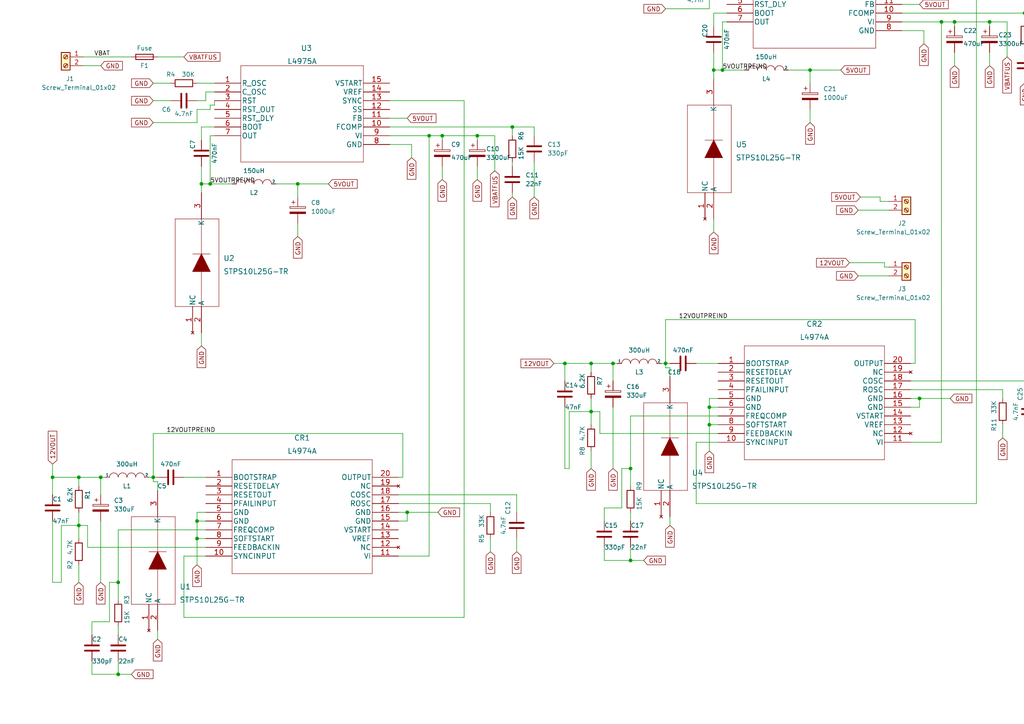
<source format=kicad_sch>
(kicad_sch (version 20211123) (generator eeschema)
  (paper "A4")
  (lib_symbols
    (symbol "2022-02-13_20-41-58:L4975A" (pin_names (offset 0.254))
      (property "Reference" "U" (at 25.4 10.16 0))
      (property "Value" "L4975A" (at 25.4 7.62 0))
      (symbol "L4975A_1_1"
        (polyline (pts (xy 7.62 -22.86) (xy 43.18 -22.86)) (stroke (width 0.127)))
        (polyline (pts (xy 7.62 5.08) (xy 7.62 -22.86)) (stroke (width 0.127)))
        (polyline (pts (xy 43.18 -22.86) (xy 43.18 5.08)) (stroke (width 0.127)))
        (polyline (pts (xy 43.18 5.08) (xy 7.62 5.08)) (stroke (width 0.127)))
        (pin unspecified line (at 0 0 0) (length 7.62) (name "R_OSC") (number "1"))
        (pin unspecified line (at 50.8 -12.7 180) (length 7.62) (name "FCOMP") (number "10"))
        (pin input line (at 50.8 -10.16 180) (length 7.62) (name "FB") (number "11"))
        (pin unspecified line (at 50.8 -7.62 180) (length 7.62) (name "SS") (number "12"))
        (pin input line (at 50.8 -5.08 180) (length 7.62) (name "SYNC") (number "13"))
        (pin output line (at 50.8 -2.54 180) (length 7.62) (name "VREF") (number "14"))
        (pin output line (at 50.8 0 180) (length 7.62) (name "VSTART") (number "15"))
        (pin unspecified line (at 0 -2.54 0) (length 7.62) (name "C_OSC") (number "2"))
        (pin input line (at 0 -5.08 0) (length 7.62) (name "RST") (number "3"))
        (pin unspecified line (at 0 -7.62 0) (length 7.62) (name "RST_OUT") (number "4"))
        (pin input line (at 0 -10.16 0) (length 7.62) (name "RST_DLY") (number "5"))
        (pin unspecified line (at 0 -12.7 0) (length 7.62) (name "BOOT") (number "6"))
        (pin output line (at 0 -15.24 0) (length 7.62) (name "OUT") (number "7"))
        (pin power_in line (at 50.8 -17.78 180) (length 7.62) (name "GND") (number "8"))
        (pin power_in line (at 50.8 -15.24 180) (length 7.62) (name "VI") (number "9"))
      )
    )
    (symbol "2022-02-13_20-45-24:L4974A" (pin_names (offset 0.254))
      (property "Reference" "CR" (at 27.94 10.16 0))
      (property "Value" "L4974A" (at 27.94 7.62 0))
      (symbol "L4974A_1_1"
        (polyline (pts (xy 7.62 -27.94) (xy 48.26 -27.94)) (stroke (width 0.127)))
        (polyline (pts (xy 7.62 5.08) (xy 7.62 -27.94)) (stroke (width 0.127)))
        (polyline (pts (xy 48.26 -27.94) (xy 48.26 5.08)) (stroke (width 0.127)))
        (polyline (pts (xy 48.26 5.08) (xy 7.62 5.08)) (stroke (width 0.127)))
        (pin unspecified line (at 0 0 0) (length 7.62) (name "BOOTSTRAP") (number "1"))
        (pin input line (at 0 -22.86 0) (length 7.62) (name "SYNCINPUT") (number "10"))
        (pin unspecified line (at 55.88 -22.86 180) (length 7.62) (name "VI") (number "11"))
        (pin no_connect line (at 55.88 -20.32 180) (length 7.62) (name "NC") (number "12"))
        (pin power_in line (at 55.88 -17.78 180) (length 7.62) (name "VREF") (number "13"))
        (pin power_in line (at 55.88 -15.24 180) (length 7.62) (name "VSTART") (number "14"))
        (pin power_in line (at 55.88 -12.7 180) (length 7.62) (name "GND") (number "15"))
        (pin power_in line (at 55.88 -10.16 180) (length 7.62) (name "GND") (number "16"))
        (pin unspecified line (at 55.88 -7.62 180) (length 7.62) (name "ROSC") (number "17"))
        (pin unspecified line (at 55.88 -5.08 180) (length 7.62) (name "COSC") (number "18"))
        (pin no_connect line (at 55.88 -2.54 180) (length 7.62) (name "NC") (number "19"))
        (pin unspecified line (at 0 -2.54 0) (length 7.62) (name "RESETDELAY") (number "2"))
        (pin output line (at 55.88 0 180) (length 7.62) (name "OUTPUT") (number "20"))
        (pin output line (at 0 -5.08 0) (length 7.62) (name "RESETOUT") (number "3"))
        (pin input line (at 0 -7.62 0) (length 7.62) (name "PFAILINPUT") (number "4"))
        (pin power_in line (at 0 -10.16 0) (length 7.62) (name "GND") (number "5"))
        (pin power_in line (at 0 -12.7 0) (length 7.62) (name "GND") (number "6"))
        (pin unspecified line (at 0 -15.24 0) (length 7.62) (name "FREQCOMP") (number "7"))
        (pin unspecified line (at 0 -17.78 0) (length 7.62) (name "SOFTSTART") (number "8"))
        (pin input line (at 0 -20.32 0) (length 7.62) (name "FEEDBACKIN") (number "9"))
      )
    )
    (symbol "2022-02-13_20-55-28:STPS10L25G-TR" (pin_names (offset 0.254))
      (property "Reference" "U" (at 20.32 10.16 0))
      (property "Value" "STPS10L25G-TR" (at 20.32 7.62 0))
      (symbol "STPS10L25G-TR_1_1"
        (polyline (pts (xy 7.62 -7.62) (xy 33.02 -7.62)) (stroke (width 0.127)))
        (polyline (pts (xy 7.62 -2.54) (xy 33.02 -2.54)) (stroke (width 0.127)))
        (polyline (pts (xy 7.62 5.08) (xy 7.62 -7.62)) (stroke (width 0.127)))
        (polyline (pts (xy 17.78 0) (xy 17.78 -5.08)) (stroke (width 0.127)))
        (polyline (pts (xy 17.78 0) (xy 22.86 -2.54)) (stroke (width 0.127)))
        (polyline (pts (xy 22.86 -2.54) (xy 17.78 -5.08)) (stroke (width 0.127)))
        (polyline (pts (xy 22.86 0) (xy 22.86 -5.08)) (stroke (width 0.127)))
        (polyline (pts (xy 33.02 -7.62) (xy 33.02 5.08)) (stroke (width 0.127)))
        (polyline (pts (xy 33.02 5.08) (xy 7.62 5.08)) (stroke (width 0.127)))
        (polyline (pts (xy 17.78 0) (xy 22.86 -2.54) (xy 17.78 -5.08) (xy 17.78 0)) (fill (type outline)))
        (pin no_connect line (at 0 0 0) (length 7.62) (name "NC") (number "1"))
        (pin unspecified line (at 0 -2.54 0) (length 7.62) (name "A") (number "2"))
        (pin unspecified line (at 40.64 -2.54 180) (length 7.62) (name "K") (number "3"))
      )
    )
    (symbol "Connector:Screw_Terminal_01x02" (pin_names (offset 1.016) hide)
      (property "Reference" "J" (at 0 2.54 0))
      (property "Value" "Screw_Terminal_01x02" (at 0 -5.08 0))
      (symbol "Screw_Terminal_01x02_1_1"
        (rectangle (start -1.27 1.27) (end 1.27 -3.81) (stroke (width 0.254)) (fill (type background)))
        (circle (center 0 -2.54) (radius 0.635) (stroke (width 0.1524)))
        (polyline (pts (xy -0.5334 -2.2098) (xy 0.3302 -3.048)) (stroke (width 0.1524)))
        (polyline (pts (xy -0.5334 0.3302) (xy 0.3302 -0.508)) (stroke (width 0.1524)))
        (polyline (pts (xy -0.3556 -2.032) (xy 0.508 -2.8702)) (stroke (width 0.1524)))
        (polyline (pts (xy -0.3556 0.508) (xy 0.508 -0.3302)) (stroke (width 0.1524)))
        (circle (center 0 0) (radius 0.635) (stroke (width 0.1524)))
        (pin passive line (at -5.08 0 0) (length 3.81) (name "Pin_1") (number "1"))
        (pin passive line (at -5.08 -2.54 0) (length 3.81) (name "Pin_2") (number "2"))
      )
    )
    (symbol "Device:C" (pin_numbers hide) (pin_names (offset 0.254))
      (property "Reference" "C" (at 0.635 2.54 0))
      (property "Value" "C" (at 0.635 -2.54 0))
      (symbol "C_0_1"
        (polyline (pts (xy -2.032 -0.762) (xy 2.032 -0.762)) (stroke (width 0.508)))
        (polyline (pts (xy -2.032 0.762) (xy 2.032 0.762)) (stroke (width 0.508)))
      )
      (symbol "C_1_1"
        (pin passive line (at 0 3.81 270) (length 2.794) (name "~") (number "1"))
        (pin passive line (at 0 -3.81 90) (length 2.794) (name "~") (number "2"))
      )
    )
    (symbol "Device:C_Polarized" (pin_numbers hide) (pin_names (offset 0.254))
      (property "Reference" "C" (at 0.635 2.54 0))
      (property "Value" "C_Polarized" (at 0.635 -2.54 0))
      (symbol "C_Polarized_0_1"
        (rectangle (start -2.286 0.508) (end 2.286 1.016))
        (polyline (pts (xy -1.778 2.286) (xy -0.762 2.286)))
        (polyline (pts (xy -1.27 2.794) (xy -1.27 1.778)))
        (rectangle (start 2.286 -0.508) (end -2.286 -1.016) (fill (type outline)))
      )
      (symbol "C_Polarized_1_1"
        (pin passive line (at 0 3.81 270) (length 2.794) (name "~") (number "1"))
        (pin passive line (at 0 -3.81 90) (length 2.794) (name "~") (number "2"))
      )
    )
    (symbol "Device:Fuse" (pin_numbers hide) (pin_names (offset 0))
      (property "Reference" "F" (at 2.032 0 90))
      (property "Value" "Fuse" (at -1.905 0 90))
      (symbol "Fuse_0_1"
        (rectangle (start -0.762 -2.54) (end 0.762 2.54) (stroke (width 0.254)))
        (polyline (pts (xy 0 2.54) (xy 0 -2.54)))
      )
      (symbol "Fuse_1_1"
        (pin passive line (at 0 3.81 270) (length 1.27) (name "~") (number "1"))
        (pin passive line (at 0 -3.81 90) (length 1.27) (name "~") (number "2"))
      )
    )
    (symbol "Device:R" (pin_numbers hide) (pin_names (offset 0))
      (property "Reference" "R" (at 2.032 0 90))
      (property "Value" "R" (at 0 0 90))
      (symbol "R_0_1"
        (rectangle (start -1.016 -2.54) (end 1.016 2.54) (stroke (width 0.254)))
      )
      (symbol "R_1_1"
        (pin passive line (at 0 3.81 270) (length 1.27) (name "~") (number "1"))
        (pin passive line (at 0 -3.81 90) (length 1.27) (name "~") (number "2"))
      )
    )
    (symbol "pspice:INDUCTOR" (pin_numbers hide) (pin_names (offset 0))
      (property "Reference" "L" (at 0 2.54 0))
      (property "Value" "INDUCTOR" (at 0 -1.27 0))
      (symbol "INDUCTOR_0_1"
        (arc (start -2.54 0) (mid -3.81 1.27) (end -5.08 0))
        (arc (start 0 0) (mid -1.27 1.27) (end -2.54 0))
        (arc (start 2.54 0) (mid 1.27 1.27) (end 0 0))
        (arc (start 5.08 0) (mid 3.81 1.27) (end 2.54 0))
      )
      (symbol "INDUCTOR_1_1"
        (pin input line (at -6.35 0 0) (length 1.27) (name "1") (number "1"))
        (pin input line (at 6.35 0 180) (length 1.27) (name "2") (number "2"))
      )
    )
  )
  (junction (at 273.05 6.35))
  (junction (at 171.45 119.38))
  (junction (at 207.01 20.32))
  (junction (at 128.27 39.37))
  (junction (at 22.86 138.43))
  (junction (at 148.59 36.83))
  (junction (at 276.86 6.35))
  (junction (at 138.43 39.37))
  (junction (at 57.15 156.21))
  (junction (at 234.95 20.32))
  (junction (at 44.45 138.43))
  (junction (at 29.21 138.43))
  (junction (at 171.45 105.41))
  (junction (at 266.7 115.57))
  (junction (at 193.04 105.41))
  (junction (at 58.42 53.34))
  (junction (at 22.86 152.4))
  (junction (at 60.96 53.34))
  (junction (at 118.11 148.59))
  (junction (at 287.02 6.35))
  (junction (at 209.55 20.32))
  (junction (at 182.88 135.89))
  (junction (at 182.88 162.56))
  (junction (at 124.46 39.37))
  (junction (at 297.18 3.81))
  (junction (at 34.29 168.91))
  (junction (at 86.36 53.34))
  (junction (at 34.29 195.58))
  (junction (at 163.83 105.41))
  (junction (at 57.15 151.13))
  (junction (at 15.24 138.43))
  (junction (at 205.74 123.19))
  (junction (at 177.8 105.41))
  (junction (at 205.74 118.11))
  (wire (pts (xy 205.74 118.11) (xy 208.28 118.11)))
  (wire (pts (xy 273.05 6.35) (xy 276.86 6.35)))
  (wire (pts (xy 207.01 20.32) (xy 207.01 22.86)))
  (wire (pts (xy 115.57 151.13) (xy 118.11 151.13)))
  (wire (pts (xy 57.15 31.75) (xy 60.96 31.75)))
  (wire (pts (xy 59.69 158.75) (xy 25.4 158.75)))
  (wire (pts (xy 298.45 123.19) (xy 298.45 127)))
  (wire (pts (xy 201.93 105.41) (xy 208.28 105.41)))
  (wire (pts (xy 290.83 115.57) (xy 290.83 113.03)))
  (wire (pts (xy 148.59 46.99) (xy 148.59 48.26)))
  (wire (pts (xy 15.24 151.13) (xy 15.24 168.91)))
  (wire (pts (xy 149.86 156.21) (xy 149.86 160.02)))
  (wire (pts (xy 207.01 20.32) (xy 209.55 20.32)))
  (wire (pts (xy 34.29 181.61) (xy 34.29 184.15)))
  (wire (pts (xy 57.15 156.21) (xy 59.69 156.21)))
  (wire (pts (xy 261.62 1.27) (xy 266.7 1.27)))
  (wire (pts (xy 194.31 106.68) (xy 193.04 106.68)))
  (wire (pts (xy 205.74 2.54) (xy 205.74 -1.27)))
  (wire (pts (xy 44.45 29.21) (xy 49.53 29.21)))
  (wire (pts (xy 60.96 53.34) (xy 67.31 53.34)))
  (wire (pts (xy 62.23 39.37) (xy 60.96 39.37)))
  (wire (pts (xy 292.1 16.51) (xy 292.1 6.35)))
  (wire (pts (xy 60.96 39.37) (xy 60.96 53.34)))
  (wire (pts (xy 148.59 36.83) (xy 148.59 39.37)))
  (wire (pts (xy 205.74 118.11) (xy 205.74 115.57)))
  (wire (pts (xy 45.72 182.88) (xy 45.72 185.42)))
  (wire (pts (xy 134.62 179.07) (xy 134.62 29.21)))
  (wire (pts (xy 34.29 195.58) (xy 34.29 191.77)))
  (wire (pts (xy 287.02 6.35) (xy 276.86 6.35)))
  (wire (pts (xy 209.55 20.32) (xy 215.9 20.32)))
  (wire (pts (xy 45.72 139.7) (xy 44.45 139.7)))
  (wire (pts (xy 149.86 143.51) (xy 115.57 143.51)))
  (wire (pts (xy 186.69 162.56) (xy 182.88 162.56)))
  (wire (pts (xy 22.86 148.59) (xy 22.86 152.4)))
  (wire (pts (xy 86.36 64.77) (xy 86.36 68.58)))
  (wire (pts (xy 209.55 6.35) (xy 209.55 20.32)))
  (wire (pts (xy 58.42 36.83) (xy 58.42 40.64)))
  (wire (pts (xy 86.36 57.15) (xy 86.36 53.34)))
  (wire (pts (xy 57.15 151.13) (xy 59.69 151.13)))
  (wire (pts (xy 44.45 24.13) (xy 49.53 24.13)))
  (wire (pts (xy 276.86 6.35) (xy 276.86 7.62)))
  (wire (pts (xy 205.74 -3.81) (xy 208.28 -3.81)))
  (wire (pts (xy 38.1 195.58) (xy 34.29 195.58)))
  (wire (pts (xy 193.04 92.71) (xy 193.04 105.41)))
  (wire (pts (xy 26.67 195.58) (xy 34.29 195.58)))
  (wire (pts (xy 255.27 57.15) (xy 255.27 58.42)))
  (wire (pts (xy 113.03 39.37) (xy 124.46 39.37)))
  (wire (pts (xy 118.11 151.13) (xy 118.11 148.59)))
  (wire (pts (xy 292.1 6.35) (xy 287.02 6.35)))
  (wire (pts (xy 182.88 120.65) (xy 182.88 135.89)))
  (wire (pts (xy 53.34 138.43) (xy 59.69 138.43)))
  (wire (pts (xy 287.02 7.62) (xy 287.02 6.35)))
  (wire (pts (xy 57.15 29.21) (xy 59.69 29.21)))
  (wire (pts (xy 15.24 134.62) (xy 15.24 138.43)))
  (wire (pts (xy 207.01 3.81) (xy 210.82 3.81)))
  (wire (pts (xy 25.4 158.75) (xy 25.4 152.4)))
  (wire (pts (xy 249.555 57.15) (xy 255.27 57.15)))
  (wire (pts (xy 154.94 46.99) (xy 154.94 57.15)))
  (wire (pts (xy 44.45 125.73) (xy 44.45 138.43)))
  (wire (pts (xy 290.83 113.03) (xy 264.16 113.03)))
  (wire (pts (xy 208.28 -3.81) (xy 208.28 -6.35)))
  (wire (pts (xy 113.03 36.83) (xy 148.59 36.83)))
  (wire (pts (xy 26.67 191.77) (xy 26.67 195.58)))
  (wire (pts (xy 148.59 55.88) (xy 148.59 57.15)))
  (wire (pts (xy 165.1 135.89) (xy 165.1 119.38)))
  (wire (pts (xy 303.53 13.97) (xy 303.53 24.13)))
  (wire (pts (xy 287.02 15.24) (xy 287.02 19.05)))
  (wire (pts (xy 210.82 6.35) (xy 209.55 6.35)))
  (wire (pts (xy 124.46 161.29) (xy 124.46 39.37)))
  (wire (pts (xy 45.72 142.24) (xy 45.72 139.7)))
  (wire (pts (xy 191.77 105.41) (xy 193.04 105.41)))
  (wire (pts (xy 264.16 115.57) (xy 266.7 115.57)))
  (wire (pts (xy 266.7 118.11) (xy 266.7 115.57)))
  (wire (pts (xy 116.84 138.43) (xy 116.84 125.73)))
  (wire (pts (xy 193.04 -3.81) (xy 198.12 -3.81)))
  (wire (pts (xy 261.62 6.35) (xy 273.05 6.35)))
  (wire (pts (xy 261.62 3.81) (xy 297.18 3.81)))
  (wire (pts (xy 59.69 29.21) (xy 59.69 26.67)))
  (wire (pts (xy 59.69 26.67) (xy 62.23 26.67)))
  (wire (pts (xy 138.43 40.64) (xy 138.43 39.37)))
  (wire (pts (xy 138.43 48.26) (xy 138.43 52.07)))
  (wire (pts (xy 57.15 163.83) (xy 57.15 156.21)))
  (wire (pts (xy 205.74 115.57) (xy 208.28 115.57)))
  (wire (pts (xy 57.15 151.13) (xy 57.15 148.59)))
  (wire (pts (xy 58.42 53.34) (xy 60.96 53.34)))
  (wire (pts (xy 53.34 179.07) (xy 134.62 179.07)))
  (wire (pts (xy 22.86 138.43) (xy 29.21 138.43)))
  (wire (pts (xy 182.88 148.59) (xy 182.88 151.13)))
  (wire (pts (xy 266.7 115.57) (xy 275.59 115.57)))
  (wire (pts (xy 124.46 39.37) (xy 128.27 39.37)))
  (wire (pts (xy 59.69 161.29) (xy 53.34 161.29)))
  (wire (pts (xy 29.21 138.43) (xy 30.48 138.43)))
  (wire (pts (xy 142.24 146.05) (xy 115.57 146.05)))
  (wire (pts (xy 234.95 24.13) (xy 234.95 20.32)))
  (wire (pts (xy 208.28 -6.35) (xy 210.82 -6.35)))
  (wire (pts (xy 58.42 96.52) (xy 58.42 100.33)))
  (wire (pts (xy 171.45 119.38) (xy 171.45 123.19)))
  (wire (pts (xy 171.45 107.95) (xy 171.45 105.41)))
  (wire (pts (xy 57.15 156.21) (xy 57.15 151.13)))
  (wire (pts (xy 60.96 30.48) (xy 60.96 31.75)))
  (wire (pts (xy 210.82 -3.81) (xy 208.915 -3.81)))
  (wire (pts (xy 207.01 63.5) (xy 207.01 67.31)))
  (wire (pts (xy 24.13 19.05) (xy 29.21 19.05)))
  (wire (pts (xy 298.45 115.57) (xy 298.45 110.49)))
  (wire (pts (xy 177.8 118.11) (xy 177.8 135.89)))
  (wire (pts (xy 57.15 24.13) (xy 62.23 24.13)))
  (wire (pts (xy 44.45 138.43) (xy 45.72 138.43)))
  (wire (pts (xy 297.18 22.86) (xy 297.18 24.13)))
  (wire (pts (xy 22.86 140.97) (xy 22.86 138.43)))
  (wire (pts (xy 57.15 35.56) (xy 57.15 31.75)))
  (wire (pts (xy 86.36 53.34) (xy 95.25 53.34)))
  (wire (pts (xy 193.04 -8.89) (xy 198.12 -8.89)))
  (wire (pts (xy 143.51 39.37) (xy 138.43 39.37)))
  (wire (pts (xy 154.94 36.83) (xy 154.94 39.37)))
  (wire (pts (xy 26.67 184.15) (xy 26.67 180.34)))
  (wire (pts (xy 234.95 31.75) (xy 234.95 35.56)))
  (wire (pts (xy 25.4 152.4) (xy 22.86 152.4)))
  (wire (pts (xy 143.51 49.53) (xy 143.51 39.37)))
  (wire (pts (xy 175.26 162.56) (xy 182.88 162.56)))
  (wire (pts (xy 62.23 30.48) (xy 60.96 30.48)))
  (wire (pts (xy 303.53 3.81) (xy 303.53 6.35)))
  (wire (pts (xy 115.57 148.59) (xy 118.11 148.59)))
  (wire (pts (xy 205.74 -8.89) (xy 210.82 -8.89)))
  (wire (pts (xy 193.04 105.41) (xy 194.31 105.41)))
  (wire (pts (xy 201.93 146.05) (xy 283.21 146.05)))
  (wire (pts (xy 128.27 48.26) (xy 128.27 52.07)))
  (wire (pts (xy 142.24 148.59) (xy 142.24 146.05)))
  (wire (pts (xy 173.99 125.73) (xy 173.99 119.38)))
  (wire (pts (xy 256.54 77.47) (xy 257.81 77.47)))
  (wire (pts (xy 34.29 168.91) (xy 34.29 173.99)))
  (wire (pts (xy 17.78 152.4) (xy 22.86 152.4)))
  (wire (pts (xy 119.38 41.91) (xy 113.03 41.91)))
  (wire (pts (xy 22.86 163.83) (xy 22.86 168.91)))
  (wire (pts (xy 15.24 143.51) (xy 15.24 138.43)))
  (wire (pts (xy 45.72 16.51) (xy 53.34 16.51)))
  (wire (pts (xy 31.75 168.91) (xy 34.29 168.91)))
  (wire (pts (xy 118.11 148.59) (xy 127 148.59)))
  (wire (pts (xy 138.43 39.37) (xy 128.27 39.37)))
  (wire (pts (xy 57.15 148.59) (xy 59.69 148.59)))
  (wire (pts (xy 182.88 135.89) (xy 182.88 140.97)))
  (wire (pts (xy 128.27 39.37) (xy 128.27 40.64)))
  (wire (pts (xy 22.86 152.4) (xy 22.86 156.21)))
  (wire (pts (xy 273.05 128.27) (xy 273.05 6.35)))
  (wire (pts (xy 201.93 128.27) (xy 201.93 146.05)))
  (wire (pts (xy 267.97 8.89) (xy 261.62 8.89)))
  (wire (pts (xy 17.78 168.91) (xy 17.78 152.4)))
  (wire (pts (xy 208.28 120.65) (xy 182.88 120.65)))
  (wire (pts (xy 234.95 20.32) (xy 228.6 20.32)))
  (wire (pts (xy 34.29 153.67) (xy 34.29 168.91)))
  (wire (pts (xy 248.92 80.01) (xy 257.81 80.01)))
  (wire (pts (xy 298.45 110.49) (xy 264.16 110.49)))
  (wire (pts (xy 173.99 119.38) (xy 171.45 119.38)))
  (wire (pts (xy 160.655 105.41) (xy 163.83 105.41)))
  (wire (pts (xy 180.34 147.32) (xy 180.34 135.89)))
  (wire (pts (xy 15.24 138.43) (xy 22.86 138.43)))
  (wire (pts (xy 59.69 153.67) (xy 34.29 153.67)))
  (wire (pts (xy 119.38 45.72) (xy 119.38 41.91)))
  (wire (pts (xy 163.83 118.11) (xy 163.83 135.89)))
  (wire (pts (xy 276.86 15.24) (xy 276.86 19.05)))
  (wire (pts (xy 256.54 76.2) (xy 256.54 77.47)))
  (wire (pts (xy 208.915 -3.81) (xy 208.915 -1.27)))
  (wire (pts (xy 29.21 143.51) (xy 29.21 138.43)))
  (wire (pts (xy 53.34 161.29) (xy 53.34 179.07)))
  (wire (pts (xy 44.45 35.56) (xy 57.15 35.56)))
  (wire (pts (xy 205.74 123.19) (xy 208.28 123.19)))
  (wire (pts (xy 26.67 180.34) (xy 31.75 180.34)))
  (wire (pts (xy 194.31 109.22) (xy 194.31 106.68)))
  (wire (pts (xy 246.38 76.2) (xy 256.54 76.2)))
  (wire (pts (xy 142.24 156.21) (xy 142.24 160.02)))
  (wire (pts (xy 116.84 125.73) (xy 44.45 125.73)))
  (wire (pts (xy 175.26 147.32) (xy 180.34 147.32)))
  (wire (pts (xy 205.74 130.81) (xy 205.74 123.19)))
  (wire (pts (xy 58.42 36.83) (xy 62.23 36.83)))
  (wire (pts (xy 265.43 92.71) (xy 193.04 92.71)))
  (wire (pts (xy 43.18 138.43) (xy 44.45 138.43)))
  (wire (pts (xy 171.45 105.41) (xy 177.8 105.41)))
  (wire (pts (xy 149.86 148.59) (xy 149.86 143.51)))
  (wire (pts (xy 115.57 138.43) (xy 116.84 138.43)))
  (wire (pts (xy 283.21 146.05) (xy 283.21 -3.81)))
  (wire (pts (xy 290.83 123.19) (xy 290.83 127)))
  (wire (pts (xy 182.88 162.56) (xy 182.88 158.75)))
  (wire (pts (xy 297.18 3.81) (xy 303.53 3.81)))
  (wire (pts (xy 165.1 119.38) (xy 171.45 119.38)))
  (wire (pts (xy 163.83 105.41) (xy 171.45 105.41)))
  (wire (pts (xy 264.16 128.27) (xy 273.05 128.27)))
  (wire (pts (xy 134.62 29.21) (xy 113.03 29.21)))
  (wire (pts (xy 177.8 110.49) (xy 177.8 105.41)))
  (wire (pts (xy 115.57 161.29) (xy 124.46 161.29)))
  (wire (pts (xy 193.04 106.68) (xy 193.04 105.41)))
  (wire (pts (xy 205.74 -1.27) (xy 208.915 -1.27)))
  (wire (pts (xy 255.27 58.42) (xy 257.81 58.42)))
  (wire (pts (xy 297.18 13.97) (xy 297.18 15.24)))
  (wire (pts (xy 113.03 34.29) (xy 118.11 34.29)))
  (wire (pts (xy 58.42 53.34) (xy 58.42 55.88)))
  (wire (pts (xy 297.18 3.81) (xy 297.18 6.35)))
  (wire (pts (xy 163.83 135.89) (xy 165.1 135.89)))
  (wire (pts (xy 264.16 118.11) (xy 266.7 118.11)))
  (wire (pts (xy 264.16 105.41) (xy 265.43 105.41)))
  (wire (pts (xy 234.95 20.32) (xy 243.84 20.32)))
  (wire (pts (xy 207.01 3.81) (xy 207.01 7.62)))
  (wire (pts (xy 208.28 128.27) (xy 201.93 128.27)))
  (wire (pts (xy 265.43 105.41) (xy 265.43 92.71)))
  (wire (pts (xy 148.59 36.83) (xy 154.94 36.83)))
  (wire (pts (xy 267.97 12.7) (xy 267.97 8.89)))
  (wire (pts (xy 205.74 123.19) (xy 205.74 118.11)))
  (wire (pts (xy 171.45 130.81) (xy 171.45 135.89)))
  (wire (pts (xy 31.75 180.34) (xy 31.75 168.91)))
  (wire (pts (xy 171.45 115.57) (xy 171.45 119.38)))
  (wire (pts (xy 193.04 2.54) (xy 205.74 2.54)))
  (wire (pts (xy 208.28 125.73) (xy 173.99 125.73)))
  (wire (pts (xy 194.31 149.86) (xy 194.31 152.4)))
  (wire (pts (xy 180.34 135.89) (xy 182.88 135.89)))
  (wire (pts (xy 248.92 60.96) (xy 257.81 60.96)))
  (wire (pts (xy 175.26 158.75) (xy 175.26 162.56)))
  (wire (pts (xy 15.24 168.91) (xy 17.78 168.91)))
  (wire (pts (xy 58.42 53.34) (xy 58.42 48.26)))
  (wire (pts (xy 62.23 29.21) (xy 62.23 30.48)))
  (wire (pts (xy 207.01 20.32) (xy 207.01 15.24)))
  (wire (pts (xy 86.36 53.34) (xy 80.01 53.34)))
  (wire (pts (xy 29.21 151.13) (xy 29.21 168.91)))
  (wire (pts (xy 163.83 110.49) (xy 163.83 105.41)))
  (wire (pts (xy 44.45 139.7) (xy 44.45 138.43)))
  (wire (pts (xy 175.26 151.13) (xy 175.26 147.32)))
  (wire (pts (xy 177.8 105.41) (xy 179.07 105.41)))
  (wire (pts (xy 24.13 16.51) (xy 38.1 16.51)))
  (wire (pts (xy 283.21 -3.81) (xy 261.62 -3.81)))
  (label "12VOUTPREIND" (at 48.26 125.73 0))
  (label "5VOUTPREIND" (at 60.96 53.34 0))
  (label "5VOUTPREIND" (at 209.55 20.32 0))
  (label "VBAT" (at 27.305 16.51 0))
  (label "12VOUTPREIND" (at 196.85 92.71 0))
  (global_label "GND" (shape input) (at 22.86 168.91 270) (property "Intersheet References" "${INTERSHEET_REFS}" (effects hide)))
  (global_label "GND" (shape input) (at 297.18 24.13 270) (property "Intersheet References" "${INTERSHEET_REFS}" (effects hide)))
  (global_label "GND" (shape input) (at 44.45 35.56 180) (property "Intersheet References" "${INTERSHEET_REFS}" (effects hide)))
  (global_label "GND" (shape input) (at 29.21 19.05 0) (property "Intersheet References" "${INTERSHEET_REFS}" (effects hide)))
  (global_label "GND" (shape input) (at 298.45 127 270) (property "Intersheet References" "${INTERSHEET_REFS}" (effects hide)))
  (global_label "GND" (shape input) (at 58.42 100.33 270) (property "Intersheet References" "${INTERSHEET_REFS}" (effects hide)))
  (global_label "GND" (shape input) (at 119.38 45.72 270) (property "Intersheet References" "${INTERSHEET_REFS}" (effects hide)))
  (global_label "VBATFUS" (shape input) (at 53.34 16.51 0) (property "Intersheet References" "${INTERSHEET_REFS}" (effects hide)))
  (global_label "GND" (shape input) (at 194.31 152.4 270) (property "Intersheet References" "${INTERSHEET_REFS}" (effects hide)))
  (global_label "GND" (shape input) (at 128.27 52.07 270) (property "Intersheet References" "${INTERSHEET_REFS}" (effects hide)))
  (global_label "5VOUT" (shape input) (at 95.25 53.34 0) (property "Intersheet References" "${INTERSHEET_REFS}" (effects hide)))
  (global_label "VBATFUS" (shape input) (at 292.1 16.51 270) (property "Intersheet References" "${INTERSHEET_REFS}" (effects hide)))
  (global_label "GND" (shape input) (at 205.74 130.81 270) (property "Intersheet References" "${INTERSHEET_REFS}" (effects hide)))
  (global_label "GND" (shape input) (at 290.83 127 270) (property "Intersheet References" "${INTERSHEET_REFS}" (effects hide)))
  (global_label "GND" (shape input) (at 149.86 160.02 270) (property "Intersheet References" "${INTERSHEET_REFS}" (effects hide)))
  (global_label "GND" (shape input) (at 193.04 -8.89 180) (property "Intersheet References" "${INTERSHEET_REFS}" (effects hide)))
  (global_label "GND" (shape input) (at 234.95 35.56 270) (property "Intersheet References" "${INTERSHEET_REFS}" (effects hide)))
  (global_label "GND" (shape input) (at 248.92 80.01 180) (property "Intersheet References" "${INTERSHEET_REFS}" (effects hide)))
  (global_label "5VOUT" (shape input) (at 243.84 20.32 0) (property "Intersheet References" "${INTERSHEET_REFS}" (effects hide)))
  (global_label "5VOUT" (shape input) (at 249.555 57.15 180) (property "Intersheet References" "${INTERSHEET_REFS}" (effects hide)))
  (global_label "GND" (shape input) (at 267.97 12.7 270) (property "Intersheet References" "${INTERSHEET_REFS}" (effects hide)))
  (global_label "GND" (shape input) (at 138.43 52.07 270) (property "Intersheet References" "${INTERSHEET_REFS}" (effects hide)))
  (global_label "GND" (shape input) (at 127 148.59 0) (property "Intersheet References" "${INTERSHEET_REFS}" (effects hide)))
  (global_label "5VOUT" (shape input) (at 266.7 1.27 0) (property "Intersheet References" "${INTERSHEET_REFS}" (effects hide)))
  (global_label "GND" (shape input) (at 44.45 29.21 180) (property "Intersheet References" "${INTERSHEET_REFS}" (effects hide)))
  (global_label "GND" (shape input) (at 177.8 135.89 270) (property "Intersheet References" "${INTERSHEET_REFS}" (effects hide)))
  (global_label "GND" (shape input) (at 29.21 168.91 270) (property "Intersheet References" "${INTERSHEET_REFS}" (effects hide)))
  (global_label "GND" (shape input) (at 193.04 -3.81 180) (property "Intersheet References" "${INTERSHEET_REFS}" (effects hide)))
  (global_label "GND" (shape input) (at 142.24 160.02 270) (property "Intersheet References" "${INTERSHEET_REFS}" (effects hide)))
  (global_label "GND" (shape input) (at 45.72 185.42 270) (property "Intersheet References" "${INTERSHEET_REFS}" (effects hide)))
  (global_label "GND" (shape input) (at 248.92 60.96 180) (property "Intersheet References" "${INTERSHEET_REFS}" (effects hide)))
  (global_label "GND" (shape input) (at 148.59 57.15 270) (property "Intersheet References" "${INTERSHEET_REFS}" (effects hide)))
  (global_label "12VOUT" (shape input) (at 160.655 105.41 180) (property "Intersheet References" "${INTERSHEET_REFS}" (effects hide)))
  (global_label "GND" (shape input) (at 171.45 135.89 270) (property "Intersheet References" "${INTERSHEET_REFS}" (effects hide)))
  (global_label "GND" (shape input) (at 275.59 115.57 0) (property "Intersheet References" "${INTERSHEET_REFS}" (effects hide)))
  (global_label "GND" (shape input) (at 193.04 2.54 180) (property "Intersheet References" "${INTERSHEET_REFS}" (effects hide)))
  (global_label "GND" (shape input) (at 86.36 68.58 270) (property "Intersheet References" "${INTERSHEET_REFS}" (effects hide)))
  (global_label "12VOUT" (shape input) (at 246.38 76.2 180) (property "Intersheet References" "${INTERSHEET_REFS}" (effects hide)))
  (global_label "12VOUT" (shape input) (at 15.24 134.62 90) (property "Intersheet References" "${INTERSHEET_REFS}" (effects hide)))
  (global_label "GND" (shape input) (at 276.86 19.05 270) (property "Intersheet References" "${INTERSHEET_REFS}" (effects hide)))
  (global_label "GND" (shape input) (at 186.69 162.56 0) (property "Intersheet References" "${INTERSHEET_REFS}" (effects hide)))
  (global_label "GND" (shape input) (at 303.53 24.13 270) (property "Intersheet References" "${INTERSHEET_REFS}" (effects hide)))
  (global_label "GND" (shape input) (at 57.15 163.83 270) (property "Intersheet References" "${INTERSHEET_REFS}" (effects hide)))
  (global_label "5VOUT" (shape input) (at 118.11 34.29 0) (property "Intersheet References" "${INTERSHEET_REFS}" (effects hide)))
  (global_label "GND" (shape input) (at 38.1 195.58 0) (property "Intersheet References" "${INTERSHEET_REFS}" (effects hide)))
  (global_label "GND" (shape input) (at 207.01 67.31 270) (property "Intersheet References" "${INTERSHEET_REFS}" (effects hide)))
  (global_label "GND" (shape input) (at 154.94 57.15 270) (property "Intersheet References" "${INTERSHEET_REFS}" (effects hide)))
  (global_label "VBATFUS" (shape input) (at 143.51 49.53 270) (property "Intersheet References" "${INTERSHEET_REFS}" (effects hide)))
  (global_label "GND" (shape input) (at 287.02 19.05 270) (property "Intersheet References" "${INTERSHEET_REFS}" (effects hide)))
  (global_label "GND" (shape input) (at 44.45 24.13 180) (property "Intersheet References" "${INTERSHEET_REFS}" (effects hide)))
  (symbol (lib_id "Device:C_Polarized") (at 138.43 44.45 0) (unit 1)
    (property "Reference" "C10" (at 140.97 43.18 0) (effects (justify left)))
    (property "Value" "3300uF" (at 140.97 45.72 0) (effects (justify left)))
    (property "Footprint" "Capacitor_THT:CP_Radial_D13.0mm_P5.00mm" (effects hide))
  )
  (symbol (lib_id "Device:R") (at 142.24 152.4 180) (unit 1)
    (property "Reference" "R5" (at 139.7 156.21 90))
    (property "Value" "33K" (at 139.7 151.13 90))
    (property "Footprint" "Resistor_THT:R_Axial_DIN0516_L15.5mm_D5.0mm_P20.32mm_Horizontal" (effects hide))
  )
  (symbol (lib_id "Device:C") (at 49.53 138.43 270) (unit 1)
    (property "Reference" "C5" (at 46.99 140.97 90))
    (property "Value" "470nF" (at 49.53 134.62 90))
    (property "Footprint" "Capacitor_THT:C_Disc_D7.5mm_W5.0mm_P10.00mm" (effects hide))
  )
  (symbol (lib_id "pspice:INDUCTOR") (at 73.66 53.34 0) (unit 1)
    (property "Reference" "L2" (at 73.66 55.88 0))
    (property "Value" "150uH" (at 73.66 49.53 0))
    (property "Footprint" "Inductor_THT:L_Radial_D12.0mm_P10.00mm_Neosid_SD12_style1" (effects hide))
  )
  (symbol (lib_id "Device:C") (at 163.83 114.3 0) (unit 1)
    (property "Reference" "C14" (at 163.83 111.76 0) (effects (justify left)))
    (property "Value" "47nF" (at 163.83 118.11 0) (effects (justify left)))
    (property "Footprint" "Capacitor_THT:C_Disc_D7.5mm_W5.0mm_P10.00mm" (effects hide))
  )
  (symbol (lib_id "Device:R") (at 201.93 -8.89 90) (unit 1)
    (property "Reference" "R10" (at 198.12 -11.43 90))
    (property "Value" "30K" (at 203.2 -11.43 90))
    (property "Footprint" "Resistor_THT:R_Axial_DIN0516_L15.5mm_D5.0mm_P20.32mm_Horizontal" (effects hide))
  )
  (symbol (lib_id "Device:C") (at 298.45 119.38 0) (unit 1)
    (property "Reference" "C25" (at 295.91 114.3 90))
    (property "Value" "4.7nF" (at 294.64 119.38 90))
    (property "Footprint" "Capacitor_THT:C_Disc_D7.5mm_W5.0mm_P10.00mm" (effects hide))
  )
  (symbol (lib_id "2022-02-13_20-41-58:L4975A") (at 210.82 -8.89 0) (unit 1)
    (property "Reference" "U6" (at 237.49 -19.05 0) (effects (font (size 1.524 1.524))))
    (property "Value" "L4975A" (at 236.22 -15.24 0) (effects (font (size 1.524 1.524))))
    (property "Footprint" "L4975A:L4975A" (effects hide))
  )
  (symbol (lib_id "Device:C") (at 26.67 187.96 0) (unit 1)
    (property "Reference" "C2" (at 26.67 185.42 0) (effects (justify left)))
    (property "Value" "330pF" (at 26.67 191.77 0) (effects (justify left)))
    (property "Footprint" "Capacitor_THT:C_Disc_D7.5mm_W5.0mm_P10.00mm" (effects hide))
  )
  (symbol (lib_id "2022-02-13_20-55-28:STPS10L25G-TR") (at 191.77 149.86 90) (unit 1)
    (property "Reference" "U4" (at 200.66 137.16 90) (effects (font (size 1.524 1.524)) (justify right)))
    (property "Value" "STPS10L25G-TR" (at 200.66 140.97 90) (effects (font (size 1.524 1.524)) (justify right)))
    (property "Footprint" "STPS:STPS10L25G-TR" (effects hide))
  )
  (symbol (lib_id "Device:C_Polarized") (at 128.27 44.45 0) (unit 1)
    (property "Reference" "C9" (at 130.81 41.91 0) (effects (justify left)))
    (property "Value" "470uF" (at 130.81 45.72 0) (effects (justify left)))
    (property "Footprint" "Capacitor_THT:CP_Radial_D13.0mm_P5.00mm" (effects hide))
  )
  (symbol (lib_id "Device:R") (at 297.18 10.16 0) (unit 1)
    (property "Reference" "R12" (at 299.72 6.35 90))
    (property "Value" "15K" (at 299.72 11.43 90))
    (property "Footprint" "Resistor_THT:R_Axial_DIN0516_L15.5mm_D5.0mm_P20.32mm_Horizontal" (effects hide))
  )
  (symbol (lib_id "Device:C") (at 175.26 154.94 0) (unit 1)
    (property "Reference" "C15" (at 175.26 152.4 0) (effects (justify left)))
    (property "Value" "330pF" (at 175.26 158.75 0) (effects (justify left)))
    (property "Footprint" "Capacitor_THT:C_Disc_D7.5mm_W5.0mm_P10.00mm" (effects hide))
  )
  (symbol (lib_id "Device:C") (at 34.29 187.96 0) (unit 1)
    (property "Reference" "C4" (at 34.29 185.42 0) (effects (justify left)))
    (property "Value" "22nF" (at 34.29 191.77 0) (effects (justify left)))
    (property "Footprint" "Capacitor_THT:C_Disc_D7.5mm_W5.0mm_P10.00mm" (effects hide))
  )
  (symbol (lib_id "Device:R") (at 22.86 144.78 180) (unit 1)
    (property "Reference" "R1" (at 25.4 143.51 90))
    (property "Value" "6.2K" (at 20.32 143.51 90))
    (property "Footprint" "Resistor_THT:R_Axial_DIN0516_L15.5mm_D5.0mm_P20.32mm_Horizontal" (effects hide))
  )
  (symbol (lib_id "2022-02-13_20-41-58:L4975A") (at 62.23 24.13 0) (unit 1)
    (property "Reference" "U3" (at 88.9 13.97 0) (effects (font (size 1.524 1.524))))
    (property "Value" "L4975A" (at 87.63 17.78 0) (effects (font (size 1.524 1.524))))
    (property "Footprint" "L4975A:L4975A" (effects hide))
  )
  (symbol (lib_id "Device:R") (at 290.83 119.38 180) (unit 1)
    (property "Reference" "R11" (at 288.29 123.19 90))
    (property "Value" "33K" (at 288.29 118.11 90))
    (property "Footprint" "Resistor_THT:R_Axial_DIN0516_L15.5mm_D5.0mm_P20.32mm_Horizontal" (effects hide))
  )
  (symbol (lib_id "Device:C_Polarized") (at 177.8 114.3 0) (unit 1)
    (property "Reference" "C16" (at 181.61 112.1409 0) (effects (justify left)))
    (property "Value" "330uF" (at 181.61 114.6809 0) (effects (justify left)))
    (property "Footprint" "Capacitor_THT:CP_Radial_D13.0mm_P5.00mm" (effects hide))
  )
  (symbol (lib_id "Device:R") (at 148.59 43.18 0) (unit 1)
    (property "Reference" "R6" (at 151.13 39.37 90))
    (property "Value" "15K" (at 151.13 44.45 90))
    (property "Footprint" "Resistor_THT:R_Axial_DIN0516_L15.5mm_D5.0mm_P20.32mm_Horizontal" (effects hide))
  )
  (symbol (lib_id "Device:R") (at 182.88 144.78 0) (unit 1)
    (property "Reference" "R9" (at 185.42 140.97 90))
    (property "Value" "15K" (at 185.42 146.05 90))
    (property "Footprint" "Resistor_THT:R_Axial_DIN0516_L15.5mm_D5.0mm_P20.32mm_Horizontal" (effects hide))
  )
  (symbol (lib_id "Device:C_Polarized") (at 276.86 11.43 0) (unit 1)
    (property "Reference" "C22" (at 279.4 8.89 0) (effects (justify left)))
    (property "Value" "470uF" (at 279.4 12.7 0) (effects (justify left)))
    (property "Footprint" "Capacitor_THT:CP_Radial_D13.0mm_P5.00mm" (effects hide))
  )
  (symbol (lib_id "Device:R") (at 53.34 24.13 90) (unit 1)
    (property "Reference" "R4" (at 49.53 21.59 90))
    (property "Value" "30K" (at 54.61 21.59 90))
    (property "Footprint" "Resistor_THT:R_Axial_DIN0516_L15.5mm_D5.0mm_P20.32mm_Horizontal" (effects hide))
  )
  (symbol (lib_id "Device:C_Polarized") (at 287.02 11.43 0) (unit 1)
    (property "Reference" "C23" (at 289.56 10.16 0) (effects (justify left)))
    (property "Value" "3300uF" (at 289.56 12.7 0) (effects (justify left)))
    (property "Footprint" "Capacitor_THT:CP_Radial_D13.0mm_P5.00mm" (effects hide))
  )
  (symbol (lib_id "Connector:Screw_Terminal_01x02") (at 262.89 58.42 0) (unit 1)
    (property "Reference" "J2" (at 261.62 64.77 0))
    (property "Value" "Screw_Terminal_01x02" (at 259.08 67.31 0))
    (property "Footprint" "TerminalBlock:TerminalBlock_Altech_AK300-2_P5.00mm" (effects hide))
  )
  (symbol (lib_id "Device:C") (at 149.86 152.4 0) (unit 1)
    (property "Reference" "C12" (at 147.32 147.32 90))
    (property "Value" "4.7nF" (at 146.05 152.4 90))
    (property "Footprint" "Capacitor_THT:C_Disc_D7.5mm_W5.0mm_P10.00mm" (effects hide))
  )
  (symbol (lib_id "Device:R") (at 22.86 160.02 180) (unit 1)
    (property "Reference" "R2" (at 20.32 163.83 90))
    (property "Value" "4.7K" (at 20.32 158.75 90))
    (property "Footprint" "Resistor_THT:R_Axial_DIN0516_L15.5mm_D5.0mm_P20.32mm_Horizontal" (effects hide))
  )
  (symbol (lib_id "Device:C_Polarized") (at 86.36 60.96 0) (unit 1)
    (property "Reference" "C8" (at 90.17 58.8009 0) (effects (justify left)))
    (property "Value" "1000uF" (at 90.17 61.3409 0) (effects (justify left)))
    (property "Footprint" "Capacitor_THT:CP_Radial_D13.0mm_P5.00mm" (effects hide))
  )
  (symbol (lib_id "Device:R") (at 171.45 127 180) (unit 1)
    (property "Reference" "R8" (at 168.91 130.81 90))
    (property "Value" "4.7K" (at 168.91 125.73 90))
    (property "Footprint" "Resistor_THT:R_Axial_DIN0516_L15.5mm_D5.0mm_P20.32mm_Horizontal" (effects hide))
  )
  (symbol (lib_id "Connector:Screw_Terminal_01x02") (at 19.05 16.51 0) (mirror y) (unit 1)
    (property "Reference" "J1" (at 20.32 22.86 0))
    (property "Value" "Screw_Terminal_01x02" (at 22.86 25.4 0))
    (property "Footprint" "TerminalBlock:TerminalBlock_Altech_AK300-2_P5.00mm" (effects hide))
  )
  (symbol (lib_id "Device:C") (at 201.93 -3.81 90) (unit 1)
    (property "Reference" "C19" (at 196.85 -1.27 90))
    (property "Value" "4.7nF" (at 201.93 0 90))
    (property "Footprint" "Capacitor_THT:C_Disc_D7.5mm_W5.0mm_P10.00mm" (effects hide))
  )
  (symbol (lib_id "Device:C") (at 182.88 154.94 0) (unit 1)
    (property "Reference" "C17" (at 182.88 152.4 0) (effects (justify left)))
    (property "Value" "22nF" (at 182.88 158.75 0) (effects (justify left)))
    (property "Footprint" "Capacitor_THT:C_Disc_D7.5mm_W5.0mm_P10.00mm" (effects hide))
  )
  (symbol (lib_id "Device:C") (at 15.24 147.32 0) (unit 1)
    (property "Reference" "C1" (at 15.24 144.78 0) (effects (justify left)))
    (property "Value" "47nF" (at 15.24 151.13 0) (effects (justify left)))
    (property "Footprint" "Capacitor_THT:C_Disc_D7.5mm_W5.0mm_P10.00mm" (effects hide))
  )
  (symbol (lib_id "Device:C_Polarized") (at 234.95 27.94 0) (unit 1)
    (property "Reference" "C21" (at 238.76 25.7809 0) (effects (justify left)))
    (property "Value" "1000uF" (at 238.76 28.3209 0) (effects (justify left)))
    (property "Footprint" "Capacitor_THT:CP_Radial_D13.0mm_P5.00mm" (effects hide))
  )
  (symbol (lib_id "Connector:Screw_Terminal_01x02") (at 262.89 77.47 0) (unit 1)
    (property "Reference" "J3" (at 261.62 83.82 0))
    (property "Value" "Screw_Terminal_01x02" (at 259.08 86.36 0))
    (property "Footprint" "TerminalBlock:TerminalBlock_Altech_AK300-2_P5.00mm" (effects hide))
  )
  (symbol (lib_id "Device:C") (at 58.42 44.45 180) (unit 1)
    (property "Reference" "C7" (at 55.88 41.91 90))
    (property "Value" "470nF" (at 62.23 44.45 90))
    (property "Footprint" "Capacitor_THT:C_Disc_D7.5mm_W5.0mm_P10.00mm" (effects hide))
  )
  (symbol (lib_id "Device:R") (at 171.45 111.76 180) (unit 1)
    (property "Reference" "R7" (at 173.99 110.49 90))
    (property "Value" "6.2K" (at 168.91 110.49 90))
    (property "Footprint" "Resistor_THT:R_Axial_DIN0516_L15.5mm_D5.0mm_P20.32mm_Horizontal" (effects hide))
  )
  (symbol (lib_id "Device:Fuse") (at 41.91 16.51 90) (unit 1)
    (property "Reference" "F1" (at 41.91 19.05 90))
    (property "Value" "Fuse" (at 41.91 13.97 90))
    (property "Footprint" "Fuse:Fuseholder_Littelfuse_445_030_series_5x20mm" (effects hide))
  )
  (symbol (lib_id "2022-02-13_20-55-28:STPS10L25G-TR") (at 43.18 182.88 90) (unit 1)
    (property "Reference" "U1" (at 52.07 170.18 90) (effects (font (size 1.524 1.524)) (justify right)))
    (property "Value" "STPS10L25G-TR" (at 52.07 173.99 90) (effects (font (size 1.524 1.524)) (justify right)))
    (property "Footprint" "STPS:STPS10L25G-TR" (effects hide))
  )
  (symbol (lib_id "Device:C") (at 198.12 105.41 270) (unit 1)
    (property "Reference" "C18" (at 195.58 107.95 90))
    (property "Value" "470nF" (at 198.12 101.6 90))
    (property "Footprint" "Capacitor_THT:C_Disc_D7.5mm_W5.0mm_P10.00mm" (effects hide))
  )
  (symbol (lib_id "Device:C") (at 53.34 29.21 90) (unit 1)
    (property "Reference" "C6" (at 48.26 31.75 90))
    (property "Value" "4.7nF" (at 53.34 33.02 90))
    (property "Footprint" "Capacitor_THT:C_Disc_D7.5mm_W5.0mm_P10.00mm" (effects hide))
  )
  (symbol (lib_id "Device:R") (at 34.29 177.8 0) (unit 1)
    (property "Reference" "R3" (at 36.83 173.99 90))
    (property "Value" "15K" (at 36.83 179.07 90))
    (property "Footprint" "Resistor_THT:R_Axial_DIN0516_L15.5mm_D5.0mm_P20.32mm_Horizontal" (effects hide))
  )
  (symbol (lib_id "Device:C") (at 148.59 52.07 0) (unit 1)
    (property "Reference" "C11" (at 152.4 50.7999 0) (effects (justify left)))
    (property "Value" "22nF" (at 152.4 53.3399 0) (effects (justify left)))
    (property "Footprint" "Capacitor_THT:C_Disc_D7.5mm_W5.0mm_P10.00mm" (effects hide))
  )
  (symbol (lib_id "2022-02-13_20-55-28:STPS10L25G-TR") (at 55.88 96.52 90) (unit 1)
    (property "Reference" "U2" (at 64.77 74.93 90) (effects (font (size 1.524 1.524)) (justify right)))
    (property "Value" "STPS10L25G-TR" (at 64.77 78.74 90) (effects (font (size 1.524 1.524)) (justify right)))
    (property "Footprint" "STPS:STPS10L25G-TR" (effects hide))
  )
  (symbol (lib_id "Device:C") (at 207.01 11.43 180) (unit 1)
    (property "Reference" "C20" (at 204.47 8.89 90))
    (property "Value" "470nF" (at 210.82 11.43 90))
    (property "Footprint" "Capacitor_THT:C_Disc_D7.5mm_W5.0mm_P10.00mm" (effects hide))
  )
  (symbol (lib_id "2022-02-13_20-55-28:STPS10L25G-TR") (at 204.47 63.5 90) (unit 1)
    (property "Reference" "U5" (at 213.36 41.91 90) (effects (font (size 1.524 1.524)) (justify right)))
    (property "Value" "STPS10L25G-TR" (at 213.36 45.72 90) (effects (font (size 1.524 1.524)) (justify right)))
    (property "Footprint" "STPS:STPS10L25G-TR" (effects hide))
  )
  (symbol (lib_id "Device:C") (at 154.94 43.18 0) (unit 1)
    (property "Reference" "C13" (at 158.75 41.9099 0) (effects (justify left)))
    (property "Value" "330pF" (at 158.75 44.4499 0) (effects (justify left)))
    (property "Footprint" "Capacitor_THT:C_Disc_D7.5mm_W5.0mm_P10.00mm" (effects hide))
  )
  (symbol (lib_id "2022-02-13_20-45-24:L4974A") (at 208.28 105.41 0) (unit 1)
    (property "Reference" "CR2" (at 236.22 93.98 0) (effects (font (size 1.524 1.524))))
    (property "Value" "L4974A" (at 236.22 97.79 0) (effects (font (size 1.524 1.524))))
    (property "Footprint" "L4974A:L4974A" (effects hide))
  )
  (symbol (lib_id "pspice:INDUCTOR") (at 185.42 105.41 0) (unit 1)
    (property "Reference" "L3" (at 185.42 107.95 0))
    (property "Value" "300uH" (at 185.42 101.6 0))
    (property "Footprint" "Inductor_THT:L_Radial_D12.0mm_P10.00mm_Neosid_SD12_style1" (effects hide))
  )
  (symbol (lib_id "pspice:INDUCTOR") (at 222.25 20.32 0) (unit 1)
    (property "Reference" "L4" (at 222.25 22.86 0))
    (property "Value" "150uH" (at 222.25 16.51 0))
    (property "Footprint" "Inductor_THT:L_Radial_D12.0mm_P10.00mm_Neosid_SD12_style1" (effects hide))
  )
  (symbol (lib_id "pspice:INDUCTOR") (at 36.83 138.43 0) (unit 1)
    (property "Reference" "L1" (at 36.83 140.97 0))
    (property "Value" "300uH" (at 36.83 134.62 0))
    (property "Footprint" "Inductor_THT:L_Radial_D12.0mm_P10.00mm_Neosid_SD12_style1" (effects hide))
  )
  (symbol (lib_id "Device:C") (at 297.18 19.05 0) (unit 1)
    (property "Reference" "C24" (at 300.99 17.7799 0) (effects (justify left)))
    (property "Value" "22nF" (at 300.99 20.3199 0) (effects (justify left)))
    (property "Footprint" "Capacitor_THT:C_Disc_D7.5mm_W5.0mm_P10.00mm" (effects hide))
  )
  (symbol (lib_id "Device:C_Polarized") (at 29.21 147.32 0) (unit 1)
    (property "Reference" "C3" (at 33.02 145.1609 0) (effects (justify left)))
    (property "Value" "330uF" (at 33.02 147.7009 0) (effects (justify left)))
    (property "Footprint" "Capacitor_THT:CP_Radial_D13.0mm_P5.00mm" (effects hide))
  )
  (symbol (lib_id "2022-02-13_20-45-24:L4974A") (at 59.69 138.43 0) (unit 1)
    (property "Reference" "CR1" (at 87.63 127 0) (effects (font (size 1.524 1.524))))
    (property "Value" "L4974A" (at 87.63 130.81 0) (effects (font (size 1.524 1.524))))
    (property "Footprint" "L4974A:L4974A" (effects hide))
  )
  (symbol (lib_id "Device:C") (at 303.53 10.16 0) (unit 1)
    (property "Reference" "C26" (at 307.34 8.8899 0) (effects (justify left)))
    (property "Value" "330pF" (at 307.34 11.4299 0) (effects (justify left)))
    (property "Footprint" "Capacitor_THT:C_Disc_D7.5mm_W5.0mm_P10.00mm" (effects hide))
  )
)
</source>
